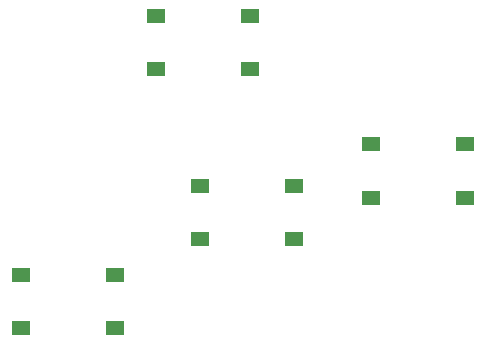
<source format=gbr>
%TF.GenerationSoftware,KiCad,Pcbnew,8.0.2*%
%TF.CreationDate,2024-08-31T13:36:28-07:00*%
%TF.ProjectId,GCU-ADU,4743552d-4144-4552-9e6b-696361645f70,rev?*%
%TF.SameCoordinates,Original*%
%TF.FileFunction,Paste,Top*%
%TF.FilePolarity,Positive*%
%FSLAX46Y46*%
G04 Gerber Fmt 4.6, Leading zero omitted, Abs format (unit mm)*
G04 Created by KiCad (PCBNEW 8.0.2) date 2024-08-31 13:36:28*
%MOMM*%
%LPD*%
G01*
G04 APERTURE LIST*
%ADD10R,1.550000X1.300000*%
G04 APERTURE END LIST*
D10*
%TO.C,Y1*%
X97057875Y-51704226D03*
X105007875Y-51704226D03*
X97057875Y-56204226D03*
X105007875Y-56204226D03*
%TD*%
%TO.C,X1*%
X115312960Y-62585602D03*
X123262960Y-62585602D03*
X115312960Y-67085602D03*
X123262960Y-67085602D03*
%TD*%
%TO.C,B1*%
X85623656Y-73634140D03*
X93573656Y-73634140D03*
X85623656Y-78134140D03*
X93573656Y-78134140D03*
%TD*%
%TO.C,A1*%
X100800000Y-66076000D03*
X108750000Y-66076000D03*
X100800000Y-70576000D03*
X108750000Y-70576000D03*
%TD*%
M02*

</source>
